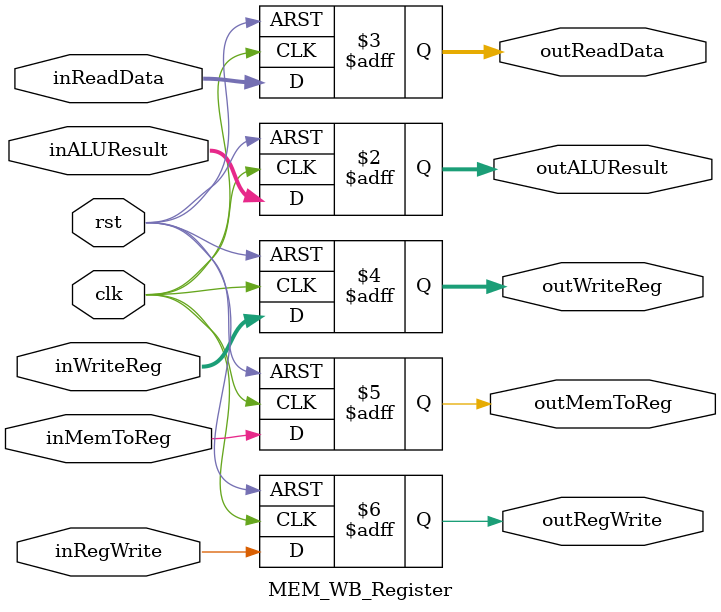
<source format=v>
module MEM_WB_Register (
    input wire clk,
    input wire rst,
    input wire [31:0] inALUResult,
    input wire [31:0] inReadData,
    input wire [4:0] inWriteReg,
    input wire inMemToReg,
    input wire inRegWrite,
    output reg [31:0] outALUResult,
    output reg [31:0] outReadData,
    output reg [4:0] outWriteReg,
    output reg outMemToReg,
    output reg outRegWrite
);

    always @(posedge clk or posedge rst) begin
        if (rst) begin
            outALUResult <= 32'b0;
            outReadData <= 32'b0;
            outWriteReg <= 5'b0;
            outMemToReg <= 1'b0;
            outRegWrite <= 1'b0;
        end else begin
            outALUResult <= inALUResult;
            outReadData <= inReadData;
            outWriteReg <= inWriteReg;
            outMemToReg <= inMemToReg;
            outRegWrite <= inRegWrite;
        end
    end
endmodule

</source>
